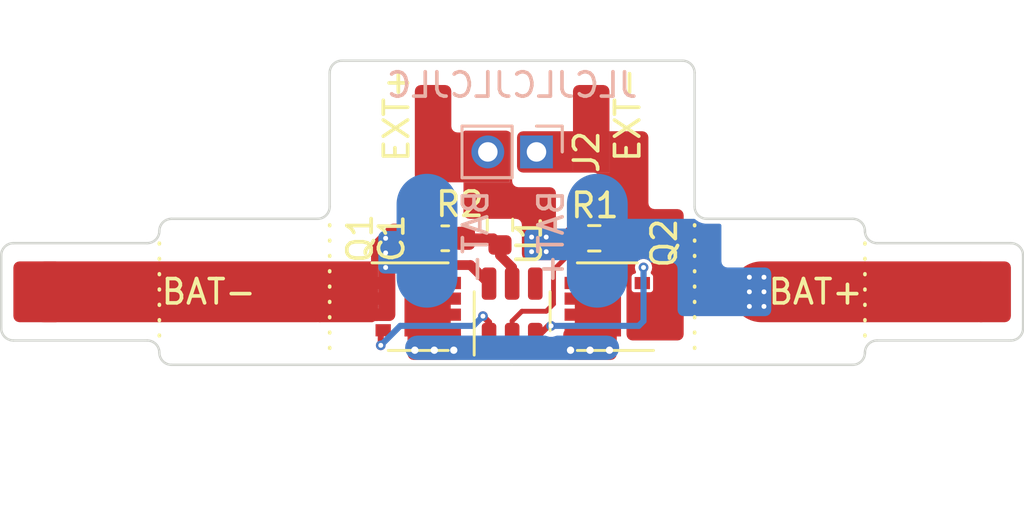
<source format=kicad_pcb>
(kicad_pcb (version 20221018) (generator pcbnew)
  (title_block (title "battery-protection") (date "2023-11-05") (rev "2") (company "tbe") (comment 1 "I did use JLCPCB as a manufacturing service.") (comment 2 "and can be cut to be used with small square cells (with the pads on the back)") (comment 3 "I designed it to be a flex PCB so it can be stitched to round cells "))
  (layers (0 "F.Cu" signal) (31 "B.Cu" signal) (34 "B.Paste" user) (35 "F.Paste" user) (36 "B.SilkS" user "B.Silkscreen") (37 "F.SilkS" user "F.Silkscreen") (38 "B.Mask" user) (39 "F.Mask" user) (44 "Edge.Cuts" user))
  (net 0 "")
  (net 2 "/BAT+")
  (net 3 "/BAT-")
  (net 4 "/DO")
  (net 5 "/EXT-")
  (net 6 "/CO")
  (net 7 "/VM")
  (net 8 "/FET_CON")
  (net 9 "Net-(U1-VDD)")
  (footprint "Resistor_SMD:R_0603_1608Metric" (layer "F.Cu") (at 149.375 94.8)
    (fp_text reference "R1" (at 0.025 -1.35 180) (layer "F.SilkS"))
    (fp_text value "2k")
    (fp_line (start -0.237258 -0.5225) (end 0.237258 -0.5225) (stroke (width 0.12)) (layer "F.SilkS"))
    (fp_line (start -0.237258 0.5225) (end 0.237258 0.5225) (stroke (width 0.12)) (layer "F.SilkS"))
    (pad "1" smd roundrect (at -0.825 0) (size 0.8 0.95) (layers "F.Cu" "F.Paste" "F.Mask") (net 7 "/VM"))
    (pad "2" smd roundrect (at 0.825 0) (size 0.8 0.95) (layers "F.Cu" "F.Paste" "F.Mask") (net 5 "/EXT-"))
  )
  (footprint "Package_SON:VSON-8_3.3x3.3mm_P0.65mm_NexFET" (layer "F.Cu") (at 149.91 97.61 180)
    (fp_text reference "Q2" (at -2.34 2.61 90) (layer "F.SilkS"))
    (fp_text value "GSFN2306")
    (fp_line (start -1.9 -1.8) (end 1.23 -1.8) (stroke (width 0.12)) (layer "F.SilkS"))
    (fp_line (start -1.23 1.8) (end 1.23 1.8) (stroke (width 0.12)) (layer "F.SilkS"))
    (pad "1" smd rect (at -1.44 -0.97 180) (size 0.63 0.5) (layers "F.Cu" "F.Paste" "F.Mask") (net 5 "/EXT-"))
    (pad "2" smd rect (at -1.44 -0.33 180) (size 0.63 0.5) (layers "F.Cu" "F.Paste" "F.Mask") (net 5 "/EXT-"))
    (pad "3" smd rect (at -1.44 0.33 180) (size 0.63 0.5) (layers "F.Cu" "F.Paste" "F.Mask") (net 5 "/EXT-"))
    (pad "4" smd rect (at -1.44 0.97 180) (size 0.63 0.5) (layers "F.Cu" "F.Paste" "F.Mask") (net 6 "/CO"))
    (pad "5" smd custom (at 0.385 0 180) (size 1.9 2.45) (layers "F.Cu" "F.Mask") (net 8 "/FET_CON") (options (clearance outline) (anchor rect)) (primitives (gr_poly (pts (xy 1.371 -0.72) (xy 0.95 -0.72) (xy 0.95 -0.58) (xy 1.37 -0.58) (xy 1.37 -0.08) (xy 0.95 -0.08) (xy 0.95 0.08) (xy 1.37 0.08) (xy 1.37 0.58) (xy 0.95 0.58) (xy 0.95 0.72) (xy 1.37 0.72) (xy 1.37 1.225) (xy -0.95 1.225) (xy -0.95 -1.225) (xy 1.371 -1.225)) (width 0) (fill yes))))
  )
  (footprint "Connector_PinHeader_2.00mm:PinHeader_1x02_P2.00mm_Vertical" (layer "F.Cu") (at 147 91.25 -90)
    (fp_text reference "J2" (at 0 -2.06 90) (layer "F.SilkS"))
    (fp_text value "Conn_01x02_Pin")
    (fp_line (start -1.06 -1.06) (end 0 -1.06) (stroke (width 0.12)) (layer "B.SilkS"))
    (fp_line (start -1.06 0) (end -1.06 -1.06) (stroke (width 0.12)) (layer "B.SilkS"))
    (fp_line (start -1.06 1) (end -1.06 3.06) (stroke (width 0.12)) (layer "B.SilkS"))
    (fp_line (start -1.06 1) (end 1.06 1) (stroke (width 0.12)) (layer "B.SilkS"))
    (fp_line (start -1.06 3.06) (end 1.06 3.06) (stroke (width 0.12)) (layer "B.SilkS"))
    (fp_line (start 1.06 1) (end 1.06 3.06) (stroke (width 0.12)) (layer "B.SilkS"))
    (fp_line (start -1.06 -1.06) (end 0 -1.06) (stroke (width 0.12)) (layer "F.SilkS"))
    (fp_line (start -1.06 0) (end -1.06 -1.06) (stroke (width 0.12)) (layer "F.SilkS"))
    (fp_line (start -1.06 1) (end -1.06 3.06) (stroke (width 0.12)) (layer "F.SilkS"))
    (fp_line (start -1.06 1) (end 1.06 1) (stroke (width 0.12)) (layer "F.SilkS"))
    (fp_line (start -1.06 3.06) (end 1.06 3.06) (stroke (width 0.12)) (layer "F.SilkS"))
    (fp_line (start 1.06 1) (end 1.06 3.06) (stroke (width 0.12)) (layer "F.SilkS"))
    (pad "1" thru_hole rect (at 0 0 270) (size 1.35 1.35) (drill 0.8) (layers "*.Cu" "*.Mask") (net 5 "/EXT-"))
    (pad "2" thru_hole oval (at 0 2 270) (size 1.35 1.35) (drill 0.8) (layers "*.Cu" "*.Mask") (net 2 "/BAT+"))
  )
  (footprint "Package_TO_SOT_SMD:TSOT-23-6" (layer "F.Cu") (at 146 97.8 90)
    (fp_text reference "U1" (at 2.9 0.7 270) (layer "F.SilkS"))
    (fp_text value "S-8261AAJMD-G2JT2G\n")
    (fp_line (start 0 -1.56) (end -1.8 -1.56) (stroke (width 0.12)) (layer "F.SilkS"))
    (fp_line (start 0 -1.56) (end 0.8 -1.56) (stroke (width 0.12)) (layer "F.SilkS"))
    (fp_line (start 0 1.56) (end -0.8 1.56) (stroke (width 0.12)) (layer "F.SilkS"))
    (fp_line (start 0 1.56) (end 0.8 1.56) (stroke (width 0.12)) (layer "F.SilkS"))
    (pad "1" smd roundrect (at -1.1375 -0.95 90) (size 1.325 0.6) (layers "F.Cu" "F.Paste" "F.Mask") (net 4 "/DO"))
    (pad "2" smd roundrect (at -1.1375 0 90) (size 1.325 0.6) (layers "F.Cu" "F.Paste" "F.Mask") (net 7 "/VM"))
    (pad "3" smd roundrect (at -1.1375 0.95 90) (size 1.325 0.6) (layers "F.Cu" "F.Paste" "F.Mask") (net 6 "/CO"))
    (pad "4" smd roundrect (at 1.1375 0.95 90) (size 1.325 0.6) (layers "F.Cu" "F.Paste" "F.Mask"))
    (pad "5" smd roundrect (at 1.1375 0 90) (size 1.325 0.6) (layers "F.Cu" "F.Paste" "F.Mask") (net 9 "Net-(U1-VDD)"))
    (pad "6" smd roundrect (at 1.1375 -0.95 90) (size 1.325 0.6) (layers "F.Cu" "F.Paste" "F.Mask") (net 3 "/BAT-"))
  )
  (footprint "Resistor_SMD:R_0603_1608Metric" (layer "F.Cu") (at 145.5 94.25 -90)
    (fp_text reference "R2" (at -0.85 1.65 -180) (layer "F.SilkS"))
    (fp_text value "470R")
    (fp_line (start -0.237258 -0.5225) (end 0.237258 -0.5225) (stroke (width 0.12)) (layer "F.SilkS"))
    (fp_line (start -0.237258 0.5225) (end 0.237258 0.5225) (stroke (width 0.12)) (layer "F.SilkS"))
    (pad "1" smd roundrect (at -0.825 0 270) (size 0.8 0.95) (layers "F.Cu" "F.Paste" "F.Mask") (net 2 "/BAT+"))
    (pad "2" smd roundrect (at 0.825 0 270) (size 0.8 0.95) (layers "F.Cu" "F.Paste" "F.Mask") (net 9 "Net-(U1-VDD)"))
  )
  (footprint "Capacitor_SMD:C_0603_1608Metric" (layer "F.Cu") (at 143.25 94.8 180)
    (fp_text reference "C1" (at 2.2 0 90) (layer "F.SilkS"))
    (fp_text value "100n")
    (fp_line (start -0.14058 -0.51) (end 0.14058 -0.51) (stroke (width 0.12)) (layer "F.SilkS"))
    (fp_line (start -0.14058 0.51) (end 0.14058 0.51) (stroke (width 0.12)) (layer "F.SilkS"))
    (pad "1" smd roundrect (at -0.775 0 180) (size 0.9 0.95) (layers "F.Cu" "F.Paste" "F.Mask") (net 9 "Net-(U1-VDD)"))
    (pad "2" smd roundrect (at 0.775 0 180) (size 0.9 0.95) (layers "F.Cu" "F.Paste" "F.Mask") (net 3 "/BAT-"))
  )
  (footprint "Package_SON:VSON-8_3.3x3.3mm_P0.65mm_NexFET" (layer "F.Cu") (at 142.14 97.61)
    (fp_text reference "Q1" (at -2.39 -2.81 90) (layer "F.SilkS"))
    (fp_text value "GSFN2306")
    (fp_line (start -1.9 -1.8) (end 1.23 -1.8) (stroke (width 0.12)) (layer "F.SilkS"))
    (fp_line (start -1.23 1.8) (end 1.23 1.8) (stroke (width 0.12)) (layer "F.SilkS"))
    (pad "1" smd rect (at -1.44 -0.97) (size 0.63 0.5) (layers "F.Cu" "F.Paste" "F.Mask") (net 3 "/BAT-"))
    (pad "2" smd rect (at -1.44 -0.33) (size 0.63 0.5) (layers "F.Cu" "F.Paste" "F.Mask") (net 3 "/BAT-"))
    (pad "3" smd rect (at -1.44 0.33) (size 0.63 0.5) (layers "F.Cu" "F.Paste" "F.Mask") (net 3 "/BAT-"))
    (pad "4" smd rect (at -1.44 0.97) (size 0.63 0.5) (layers "F.Cu" "F.Paste" "F.Mask") (net 4 "/DO"))
    (pad "5" smd custom (at 0.385 0) (size 1.9 2.45) (layers "F.Cu" "F.Mask") (net 8 "/FET_CON") (options (clearance outline) (anchor rect)) (primitives (gr_poly (pts (xy 1.371 -0.72) (xy 0.95 -0.72) (xy 0.95 -0.58) (xy 1.37 -0.58) (xy 1.37 -0.08) (xy 0.95 -0.08) (xy 0.95 0.08) (xy 1.37 0.08) (xy 1.37 0.58) (xy 0.95 0.58) (xy 0.95 0.72) (xy 1.37 0.72) (xy 1.37 1.225) (xy -0.95 1.225) (xy -0.95 -1.225) (xy 1.371 -1.225)) (width 0) (fill yes))))
  )
  (gr_line (start 131.5 95) (end 131.5 99) (stroke (width 0.15) (type dot)) (layer "F.SilkS"))
  (gr_line (start 153.5 94.25) (end 153.5 99.75) (stroke (width 0.15) (type dot)) (layer "F.SilkS"))
  (gr_line (start 138.5 94.25) (end 138.5 99.75) (stroke (width 0.15) (type dot)) (layer "F.SilkS"))
  (gr_line (start 160.5 95) (end 160.5 99) (stroke (width 0.15) (type dot)) (layer "F.SilkS"))
  (gr_arc (start 160.5 99.5) (mid 160.353553 99.853553) (end 160 100) (stroke (width 0.1)) (layer "Edge.Cuts"))
  (gr_arc (start 166.5 95) (mid 166.853553 95.146447) (end 167 95.5) (stroke (width 0.1)) (layer "Edge.Cuts"))
  (gr_line (start 139 87.5) (end 153 87.5) (stroke (width 0.1)) (layer "Edge.Cuts"))
  (gr_line (start 166.5 99) (end 161 99) (stroke (width 0.1)) (layer "Edge.Cuts"))
  (gr_line (start 146 100) (end 132 100) (stroke (width 0.1)) (layer "Edge.Cuts"))
  (gr_arc (start 131.5 94.5) (mid 131.353553 94.853553) (end 131 95) (stroke (width 0.1)) (layer "Edge.Cuts"))
  (gr_arc (start 153 87.5) (mid 153.353553 87.646447) (end 153.5 88) (stroke (width 0.1)) (layer "Edge.Cuts"))
  (gr_arc (start 125.5 99) (mid 125.146447 98.853553) (end 125 98.5) (stroke (width 0.1)) (layer "Edge.Cuts"))
  (gr_arc (start 125 95.5) (mid 125.146447 95.146447) (end 125.5 95) (stroke (width 0.1)) (layer "Edge.Cuts"))
  (gr_line (start 132 94) (end 138 94) (stroke (width 0.1)) (layer "Edge.Cuts"))
  (gr_arc (start 138.5 93.5) (mid 138.353553 93.853553) (end 138 94) (stroke (width 0.1)) (layer "Edge.Cuts"))
  (gr_arc (start 167 98.5) (mid 166.853553 98.853553) (end 166.5 99) (stroke (width 0.1)) (layer "Edge.Cuts"))
  (gr_arc (start 131.5 94.5) (mid 131.646447 94.146447) (end 132 94) (stroke (width 0.1)) (layer "Edge.Cuts"))
  (gr_line (start 125.5 99) (end 131 99) (stroke (width 0.1)) (layer "Edge.Cuts"))
  (gr_arc (start 161 95) (mid 160.646447 94.853553) (end 160.5 94.5) (stroke (width 0.1)) (layer "Edge.Cuts"))
  (gr_arc (start 154 94) (mid 153.646447 93.853553) (end 153.5 93.5) (stroke (width 0.1)) (layer "Edge.Cuts"))
  (gr_line (start 167 95.5) (end 167 98.5) (stroke (width 0.1)) (layer "Edge.Cuts"))
  (gr_line (start 138.5 93.5) (end 138.5 88) (stroke (width 0.1)) (layer "Edge.Cuts"))
  (gr_line (start 160 94) (end 154 94) (stroke (width 0.1)) (layer "Edge.Cuts"))
  (gr_arc (start 131 99) (mid 131.353553 99.146447) (end 131.5 99.5) (stroke (width 0.1)) (layer "Edge.Cuts"))
  (gr_arc (start 138.5 88) (mid 138.646447 87.646447) (end 139 87.5) (stroke (width 0.1)) (layer "Edge.Cuts"))
  (gr_line (start 146 100) (end 160 100) (stroke (width 0.1)) (layer "Edge.Cuts"))
  (gr_arc (start 160.5 99.5) (mid 160.646447 99.146447) (end 161 99) (stroke (width 0.1)) (layer "Edge.Cuts"))
  (gr_arc (start 132 100) (mid 131.646447 99.853553) (end 131.5 99.5) (stroke (width 0.1)) (layer "Edge.Cuts"))
  (gr_line (start 131 95) (end 125.5 95) (stroke (width 0.1)) (layer "Edge.Cuts"))
  (gr_line (start 125 95.5) (end 125 98.5) (stroke (width 0.1)) (layer "Edge.Cuts"))
  (gr_arc (start 160 94) (mid 160.353553 94.146447) (end 160.5 94.5) (stroke (width 0.1)) (layer "Edge.Cuts"))
  (gr_line (start 153.5 93.5) (end 153.5 88) (stroke (width 0.1)) (layer "Edge.Cuts"))
  (gr_line (start 161 95) (end 166.5 95) (stroke (width 0.1)) (layer "Edge.Cuts"))
  (gr_text "BAT-" (at 144.5 94.75 90) (layer "B.SilkS") (effects (font (size 1 1)) (justify mirror)))
  (gr_text "JLCJLCJLCJLC" (at 146 88.5) (layer "B.SilkS") (effects (font (size 1 1)) (justify mirror)))
  (gr_text "BAT+" (at 147.6 94.75 90) (layer "B.SilkS") (effects (font (size 1 1)) (justify mirror)))
  (gr_text "BAT+" (at 160.5 97) (layer "F.SilkS") (effects (font (size 1 1)) (justify right)))
  (gr_text "BAT-" (at 131.5 97) (layer "F.SilkS") (effects (font (size 1 1)) (justify left)))
  (gr_text "EXT-" (at 150.75 91.75 90) (layer "F.SilkS") (effects (font (size 1 1)) (justify left)))
  (gr_text "EXT+" (at 141.25 91.75 90) (layer "F.SilkS") (effects (font (size 1 1)) (justify left)))
  (segment (start 156.25 97) (end 165.2 97) (width 2.5) (layer "F.Cu") (net 2))
  (via (at 156.35 97) (size 0.4) (drill 0.2) (layers "F.Cu" "B.Cu") (net 2))
  (via (at 156.35 97.6) (size 0.4) (drill 0.2) (layers "F.Cu" "B.Cu") (net 2))
  (via (at 156.35 96.4) (size 0.4) (drill 0.2) (layers "F.Cu" "B.Cu") (net 2))
  (via (at 146.8 95.35) (size 0.4) (drill 0.2) (layers "F.Cu" "B.Cu") (net 2))
  (via (at 147.4 94.75) (size 0.4) (drill 0.2) (layers "F.Cu" "B.Cu") (net 2))
  (via (at 155.75 97.6) (size 0.4) (drill 0.2) (layers "F.Cu" "B.Cu") (net 2))
  (via (at 155.75 96.4) (size 0.4) (drill 0.2) (layers "F.Cu" "B.Cu") (net 2))
  (via (at 146.8 94.75) (size 0.4) (drill 0.2) (layers "F.Cu" "B.Cu") (net 2))
  (via (at 147.4 95.35) (size 0.4) (drill 0.2) (layers "F.Cu" "B.Cu") (net 2))
  (via (at 155.75 97) (size 0.4) (drill 0.2) (layers "F.Cu" "B.Cu") (net 2))
  (segment (start 149.5 93.4) (end 149.5 96.4) (width 2.5) (layer "B.Cu") (net 2))
  (segment (start 142.475 95.725) (end 142.475 94.8) (width 0.4) (layer "F.Cu") (net 3))
  (segment (start 144.2875 95.9) (end 142.65 95.9) (width 0.4) (layer "F.Cu") (net 3))
  (segment (start 145.05 96.6625) (end 144.2875 95.9) (width 0.4) (layer "F.Cu") (net 3))
  (segment (start 142.65 95.9) (end 142.475 95.725) (width 0.4) (layer "F.Cu") (net 3))
  (segment (start 126.8 97) (end 138 97) (width 2.5) (layer "F.Cu") (net 3))
  (via (at 140.8 94.8) (size 0.4) (drill 0.2) (layers "F.Cu" "B.Cu") (net 3))
  (via (at 140.8 96) (size 0.4) (drill 0.2) (layers "F.Cu" "B.Cu") (net 3))
  (via (at 140.8 95.4) (size 0.4) (drill 0.2) (layers "F.Cu" "B.Cu") (net 3))
  (segment (start 142.5 93.4) (end 142.5 96.4) (width 2.5) (layer "B.Cu") (net 3))
  (segment (start 140.6 98.68) (end 140.7 98.58) (width 0.25) (layer "F.Cu") (net 4))
  (segment (start 140.6 99.2) (end 140.6 98.68) (width 0.25) (layer "F.Cu") (net 4))
  (segment (start 145.05 98.9375) (end 145.05 98.25) (width 0.25) (layer "F.Cu") (net 4))
  (segment (start 145.05 98.25) (end 144.8 98) (width 0.25) (layer "F.Cu") (net 4))
  (via (at 144.8 98) (size 0.4) (drill 0.2) (layers "F.Cu" "B.Cu") (net 4))
  (via (at 140.6 99.2) (size 0.4) (drill 0.2) (layers "F.Cu" "B.Cu") (net 4))
  (segment (start 144.8 98) (end 144.4 98.4) (width 0.25) (layer "B.Cu") (net 4))
  (segment (start 144.4 98.4) (end 141.4 98.4) (width 0.25) (layer "B.Cu") (net 4))
  (segment (start 141.4 98.4) (end 140.6 99.2) (width 0.25) (layer "B.Cu") (net 4))
  (segment (start 151.4 96) (end 151.4 96.59) (width 0.25) (layer "F.Cu") (net 6))
  (segment (start 147.6 98.4) (end 147.4875 98.4) (width 0.25) (layer "F.Cu") (net 6))
  (segment (start 147.4875 98.4) (end 146.95 98.9375) (width 0.25) (layer "F.Cu") (net 6))
  (segment (start 151.4 96.59) (end 151.35 96.64) (width 0.25) (layer "F.Cu") (net 6))
  (via (at 151.4 96) (size 0.4) (drill 0.2) (layers "F.Cu" "B.Cu") (net 6))
  (via (at 147.6 98.4) (size 0.4) (drill 0.2) (layers "F.Cu" "B.Cu") (net 6))
  (segment (start 147.6 98.4) (end 151.2 98.4) (width 0.25) (layer "B.Cu") (net 6))
  (segment (start 151.2 98.4) (end 151.4 98.2) (width 0.25) (layer "B.Cu") (net 6))
  (segment (start 151.4 98.2) (end 151.4 96) (width 0.25) (layer "B.Cu") (net 6))
  (segment (start 146 98.2) (end 146 98.9375) (width 0.2) (layer "F.Cu") (net 7))
  (segment (start 148.55 95.25) (end 147.7 96.1) (width 0.2) (layer "F.Cu") (net 7))
  (segment (start 147.7 97.5) (end 147.4 97.8) (width 0.2) (layer "F.Cu") (net 7))
  (segment (start 147.4 97.8) (end 146.4 97.8) (width 0.2) (layer "F.Cu") (net 7))
  (segment (start 146.4 97.8) (end 146 98.2) (width 0.2) (layer "F.Cu") (net 7))
  (segment (start 147.7 96.1) (end 147.7 97.5) (width 0.2) (layer "F.Cu") (net 7))
  (segment (start 148.55 94.8) (end 148.55 95.25) (width 0.2) (layer "F.Cu") (net 7))
  (via (at 142.8 99.4) (size 0.55) (drill 0.3) (layers "F.Cu" "B.Cu") (net 8))
  (via (at 143.6 99.4) (size 0.55) (drill 0.3) (layers "F.Cu" "B.Cu") (net 8))
  (via (at 149.2 99.4) (size 0.55) (drill 0.3) (layers "F.Cu" "B.Cu") (net 8))
  (via (at 150 99.4) (size 0.55) (drill 0.3) (layers "F.Cu" "B.Cu") (net 8))
  (via (at 148.4 99.4) (size 0.55) (drill 0.3) (layers "F.Cu" "B.Cu") (net 8))
  (via (at 142 99.4) (size 0.55) (drill 0.3) (layers "F.Cu" "B.Cu") (net 8))
  (segment (start 146 96.6625) (end 146 96) (width 0.4) (layer "F.Cu") (net 9))
  (segment (start 144.025 94.8) (end 145.225 94.8) (width 0.4) (layer "F.Cu") (net 9))
  (segment (start 146 96) (end 145.5 95.5) (width 0.4) (layer "F.Cu") (net 9))
  (segment (start 145.5 95.5) (end 145.5 95.075) (width 0.4) (layer "F.Cu") (net 9))
  (segment (start 145.225 94.8) (end 145.5 95.075) (width 0.4) (layer "F.Cu") (net 9))
  (zone (net 8) (net_name "/FET_CON") (layer "F.Cu") (priority 8) (connect_pads yes (clearance 0.127)) (min_thickness 0.15) (fill yes (thermal_gap 0.5) (thermal_bridge_width 0.5) (smoothing fillet) (radius 0.25))
    (polygon (pts (xy 150.3 99.8) (xy 150.3 98.5) (xy 148.1 98.5) (xy 148.1 99.8)))
  )
  (zone (net 5) (net_name "/EXT-") (layer "F.Cu") (priority 5) (connect_pads yes (clearance 0.127)) (min_thickness 0.15) (fill yes (thermal_gap 0.5) (thermal_bridge_width 0.5) (smoothing fillet) (radius 0.25))
    (polygon (pts (xy 146.2 90.4) (xy 146.2 92.1) (xy 149.6 92.1) (xy 149.6 95.6) (xy 150.7 95.6) (xy 150.7 99) (xy 153.05 99) (xy 153.05 93.6) (xy 151.6 93.6) (xy 151.6 90.4)))
  )
  (zone (net 3) (net_name "/BAT-") (layer "F.Cu") (priority 9) (connect_pads yes (clearance 0.127)) (min_thickness 0.15) (fill yes (thermal_gap 0.5) (thermal_bridge_width 0.5) (smoothing fillet) (radius 0.25))
    (polygon (pts (xy 125.5 95.75) (xy 127.5 95.75) (xy 127.5 98.25) (xy 125.5 98.25)))
  )
  (zone (net 2) (net_name "/BAT+") (layer "F.Cu") (priority 11) (connect_pads yes (clearance 0.127)) (min_thickness 0.15) (fill yes (thermal_gap 0.5) (thermal_bridge_width 0.5) (smoothing fillet) (radius 0.25))
    (polygon (pts (xy 143.5 90.45) (xy 145.9 90.45) (xy 145.9 92.5) (xy 142 92.5) (xy 142 88.5) (xy 143.5 88.5)))
  )
  (zone (net 2) (net_name "/BAT+") (layer "F.Cu") (priority 10) (connect_pads yes (clearance 0.127)) (min_thickness 0.15) (fill yes (thermal_gap 0.5) (thermal_bridge_width 0.5) (smoothing fillet) (radius 0.25))
    (polygon (pts (xy 166.5 95.75) (xy 166.5 98.25) (xy 165 98.25) (xy 165 95.75)))
  )
  (zone (net 8) (net_name "/FET_CON") (layer "F.Cu") (priority 8) (connect_pads yes (clearance 0.127)) (min_thickness 0.15) (fill yes (thermal_gap 0.5) (thermal_bridge_width 0.5) (smoothing fillet) (radius 0.25))
    (polygon (pts (xy 143.9 99.8) (xy 143.9 98.5) (xy 141.7 98.5) (xy 141.7 99.8)))
  )
  (zone (net 3) (net_name "/BAT-") (layer "F.Cu") (priority 1) (connect_pads yes (clearance 0.127)) (min_thickness 0.15) (fill yes (thermal_gap 0.5) (thermal_bridge_width 0.5) (smoothing fillet) (radius 0.25))
    (polygon (pts (xy 140.2 98.2) (xy 140.2 95) (xy 141 94.2) (xy 143.1 94.2) (xy 143.1 95.4) (xy 141.2 95.4) (xy 141.2 98.2)))
  )
  (zone (net 5) (net_name "/EXT-") (layer "F.Cu") (priority 12) (connect_pads yes (clearance 0.127)) (min_thickness 0.15) (fill yes (thermal_gap 0.5) (thermal_bridge_width 0.5) (smoothing fillet) (radius 0.25))
    (polygon (pts (xy 148.5 92.1) (xy 150 92.1) (xy 150 88.5) (xy 148.5 88.5)))
  )
  (zone (net 3) (net_name "/BAT-") (layer "F.Cu") (priority 2) (connect_pads yes (clearance 0.127)) (min_thickness 0.15) (fill yes (thermal_gap 0.5) (thermal_bridge_width 0.5))
    (polygon (pts (xy 138 95.75) (xy 140.5 95.75) (xy 140.5 98.25) (xy 138 98.25)))
  )
  (zone (net 2) (net_name "/BAT+") (layer "F.Cu") (priority 6) (connect_pads yes (clearance 0.127)) (min_thickness 0.15) (fill yes (thermal_gap 0.5) (thermal_bridge_width 0.5) (smoothing fillet) (radius 0.25))
    (polygon (pts (xy 146.001708 90.375066) (xy 146 92.7) (xy 147.8 92.7) (xy 147.8 95.7) (xy 146.4 95.7) (xy 146.4 95.7) (xy 146.4 95.7) (xy 146.4 94) (xy 144 94) (xy 144.001708 90.375066)))
  )
  (zone (net 3) (net_name "/BAT-") (layer "B.Cu") (priority 3) (connect_pads yes (clearance 0.127)) (min_thickness 0.15) (fill yes (thermal_gap 0.5) (thermal_bridge_width 0.5) (smoothing fillet) (radius 0.25))
    (polygon (pts (xy 140.5 94.5) (xy 140.5 96.25) (xy 143 96.25) (xy 143 94.5)))
  )
  (zone (net 8) (net_name "/FET_CON") (layer "B.Cu") (connect_pads yes (clearance 0.25)) (min_thickness 0.2) (fill yes (thermal_gap 0.5) (thermal_bridge_width 0.5) (smoothing fillet) (radius 0.5))
    (polygon (pts (xy 150.4 99.8) (xy 150.4 98.8) (xy 141.6 98.8) (xy 141.6 99.8)))
  )
  (zone (net 2) (net_name "/BAT+") (layer "B.Cu") (priority 4) (connect_pads yes (clearance 0.127)) (min_thickness 0.15) (fill yes (thermal_gap 0.5) (thermal_bridge_width 0.5) (smoothing fillet) (radius 0.25))
    (polygon (pts (xy 156.65 98) (xy 156.65 96) (xy 154.6 96) (xy 154.6 94) (xy 149.6 94) (xy 149.6 95.8) (xy 152.8 95.8) (xy 152.8 98)))
  )
  (zone (net 2) (net_name "/BAT+") (layer "B.Cu") (priority 7) (connect_pads yes (clearance 0.127)) (min_thickness 0.15) (fill yes (thermal_gap 0.5) (thermal_bridge_width 0.5) (smoothing fillet) (radius 0.25))
    (polygon (pts (xy 146.5 94.4) (xy 148.8 94.4) (xy 148.8 95.7) (xy 146.5 95.7)))
  )
)
</source>
